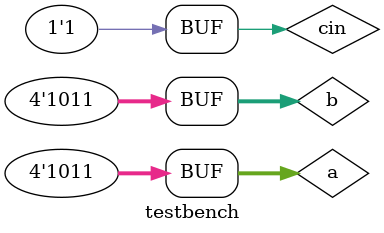
<source format=v>
`timescale 1ns/1ps;

module bit_FA(a,b,cin,out,cout);
    input wire a,b,cin;
    output reg out,cout;

    always @(*) begin
        {cout,out} = a + b + cin;
    end

endmodule

module bit4_FA(a,b,cin,out,cout);
    input wire [3:0] a,b;
    input wire cin;
    output wire [3:0] out;
    output wire cout;

    wire [2:0] carry;

    bit_FA uut1(a[0],b[0],cin,out[0],carry[0]);
    bit_FA uut2(a[1],b[1],carry[0],out[1],carry[1]);
    bit_FA uut3(a[2],b[2],carry[1],out[2],carry[2]);
    bit_FA uut4(a[3],b[3],carry[2],out[3],cout);
endmodule

module testbench();
    reg [3:0] a,b;
    reg cin;
    wire [3:0] out;
    wire cout;

    bit4_FA uut(a,b,cin,out,cout);

    initial
        $monitor("time : %0t, a = %b, b = %b, cin = %b, out = %b, cout = %b", $time,a,b,cin,out,cout);

    initial begin
        a = 4'b0000; b = 4'b0000; cin = 1'b0; #5
        a = 4'b0000; b = 4'b0000; cin = 1'b1; #5;
        a = 4'b0001; b = 4'b0000; cin = 1'b0;#5;
        a = 4'b0011; b = 4'b0100; cin = 1'b1;#5;
        a = 4'b1100; b = 4'b1000; cin = 1'b0;#5;
        a = 4'b1100; b = 4'b1100; cin = 1'b1;#5;
        a = 4'b1010; b = 4'b1011; cin = 1'b0;#5;
        a = 4'b1011; b = 4'b1011; cin = 1'b1;#5;
    end

endmodule
</source>
